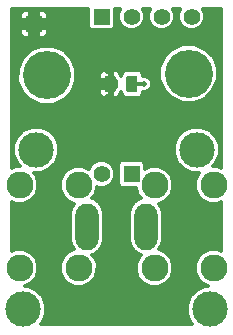
<source format=gbl>
G04 (created by PCBNEW (2013-07-07 BZR 4022)-stable) date 27/01/2015 12:48:55*
%MOIN*%
G04 Gerber Fmt 3.4, Leading zero omitted, Abs format*
%FSLAX34Y34*%
G01*
G70*
G90*
G04 APERTURE LIST*
%ADD10C,0.00590551*%
%ADD11C,0.16*%
%ADD12C,0.1181*%
%ADD13R,0.055X0.055*%
%ADD14C,0.055*%
%ADD15R,0.035X0.055*%
%ADD16R,0.025X0.045*%
%ADD17C,0.09*%
%ADD18O,0.078X0.156*%
%ADD19C,0.02*%
%ADD20C,0.012*%
G04 APERTURE END LIST*
G54D10*
G54D11*
X38928Y-25707D03*
X43650Y-25650D03*
G54D12*
X44360Y-33507D03*
X38140Y-33507D03*
X43927Y-28193D03*
X38573Y-28193D03*
G54D13*
X40750Y-23750D03*
G54D14*
X41750Y-23750D03*
X42750Y-23750D03*
X43750Y-23750D03*
G54D13*
X38500Y-24000D03*
X41750Y-29000D03*
G54D14*
X40750Y-29000D03*
G54D15*
X41775Y-26000D03*
X41025Y-26000D03*
G54D16*
X41700Y-26000D03*
X41100Y-26000D03*
G54D17*
X38015Y-32130D03*
X38015Y-29370D03*
X39985Y-29370D03*
X39985Y-32130D03*
X42515Y-32130D03*
X42515Y-29370D03*
X44485Y-29370D03*
X44485Y-32130D03*
G54D18*
X42240Y-30750D03*
X40270Y-30750D03*
G54D19*
X42150Y-26000D03*
X41250Y-30750D03*
X42590Y-26160D03*
G54D20*
X41775Y-26000D02*
X42150Y-26000D01*
X41025Y-26000D02*
X41025Y-26975D01*
X41250Y-27200D02*
X41250Y-30750D01*
X41025Y-26975D02*
X41250Y-27200D01*
X42270Y-25560D02*
X42260Y-25560D01*
X42270Y-25560D02*
X42590Y-25880D01*
X42590Y-25880D02*
X42590Y-26160D01*
X41025Y-25675D02*
X41025Y-26000D01*
X41200Y-25500D02*
X41025Y-25675D01*
X42200Y-25500D02*
X41200Y-25500D01*
X42260Y-25560D02*
X42200Y-25500D01*
G54D10*
G36*
X44745Y-31555D02*
X44610Y-31500D01*
X44360Y-31499D01*
X44128Y-31595D01*
X43951Y-31772D01*
X43855Y-32004D01*
X43854Y-32254D01*
X43950Y-32486D01*
X44127Y-32663D01*
X44302Y-32736D01*
X44207Y-32736D01*
X43924Y-32853D01*
X43707Y-33069D01*
X43589Y-33353D01*
X43589Y-33659D01*
X43706Y-33942D01*
X43758Y-33995D01*
X43145Y-33995D01*
X43145Y-32005D01*
X43049Y-31773D01*
X42872Y-31596D01*
X42674Y-31514D01*
X42766Y-31376D01*
X42810Y-31158D01*
X42810Y-30341D01*
X42766Y-30123D01*
X42674Y-29985D01*
X42871Y-29904D01*
X43048Y-29727D01*
X43144Y-29495D01*
X43145Y-29245D01*
X43049Y-29013D01*
X42872Y-28836D01*
X42640Y-28740D01*
X42430Y-28739D01*
X42430Y-25944D01*
X42387Y-25841D01*
X42308Y-25762D01*
X42205Y-25720D01*
X42130Y-25719D01*
X42130Y-25689D01*
X42102Y-25623D01*
X42052Y-25572D01*
X41985Y-25545D01*
X41914Y-25544D01*
X41564Y-25544D01*
X41498Y-25572D01*
X41447Y-25622D01*
X41429Y-25665D01*
X41422Y-25672D01*
X41398Y-25729D01*
X41375Y-25673D01*
X41368Y-25666D01*
X41350Y-25623D01*
X41300Y-25573D01*
X41235Y-25546D01*
X41157Y-25546D01*
X41112Y-25591D01*
X41112Y-25862D01*
X41162Y-25862D01*
X41162Y-25887D01*
X41225Y-25887D01*
X41225Y-26112D01*
X41162Y-26112D01*
X41162Y-26137D01*
X41112Y-26137D01*
X41112Y-26408D01*
X41157Y-26453D01*
X41235Y-26453D01*
X41300Y-26426D01*
X41350Y-26376D01*
X41368Y-26333D01*
X41375Y-26326D01*
X41399Y-26270D01*
X41422Y-26326D01*
X41429Y-26334D01*
X41447Y-26376D01*
X41497Y-26427D01*
X41564Y-26454D01*
X41635Y-26455D01*
X41985Y-26455D01*
X42051Y-26427D01*
X42102Y-26377D01*
X42129Y-26310D01*
X42129Y-26279D01*
X42205Y-26280D01*
X42308Y-26237D01*
X42387Y-26158D01*
X42429Y-26055D01*
X42430Y-25944D01*
X42430Y-28739D01*
X42390Y-28739D01*
X42205Y-28816D01*
X42205Y-28689D01*
X42177Y-28623D01*
X42127Y-28572D01*
X42060Y-28545D01*
X41989Y-28544D01*
X41439Y-28544D01*
X41373Y-28572D01*
X41322Y-28622D01*
X41295Y-28689D01*
X41294Y-28760D01*
X41294Y-29310D01*
X41322Y-29376D01*
X41372Y-29427D01*
X41439Y-29454D01*
X41510Y-29455D01*
X41884Y-29455D01*
X41884Y-29494D01*
X41980Y-29726D01*
X42060Y-29806D01*
X42021Y-29814D01*
X41836Y-29938D01*
X41713Y-30123D01*
X41670Y-30341D01*
X41670Y-31158D01*
X41713Y-31376D01*
X41836Y-31561D01*
X42021Y-31685D01*
X42060Y-31693D01*
X41981Y-31772D01*
X41885Y-32004D01*
X41884Y-32254D01*
X41980Y-32486D01*
X42157Y-32663D01*
X42389Y-32759D01*
X42639Y-32760D01*
X42871Y-32664D01*
X43048Y-32487D01*
X43144Y-32255D01*
X43145Y-32005D01*
X43145Y-33995D01*
X41205Y-33995D01*
X41205Y-28909D01*
X41135Y-28742D01*
X41037Y-28643D01*
X41037Y-26358D01*
X41037Y-26112D01*
X41037Y-25887D01*
X41037Y-25641D01*
X40992Y-25596D01*
X40939Y-25596D01*
X40937Y-25597D01*
X40937Y-25591D01*
X40892Y-25546D01*
X40814Y-25546D01*
X40749Y-25573D01*
X40699Y-25623D01*
X40671Y-25689D01*
X40671Y-25760D01*
X40671Y-25817D01*
X40716Y-25862D01*
X40816Y-25862D01*
X40841Y-25887D01*
X41037Y-25887D01*
X41037Y-26112D01*
X40841Y-26112D01*
X40816Y-26137D01*
X40716Y-26137D01*
X40671Y-26182D01*
X40671Y-26239D01*
X40671Y-26310D01*
X40699Y-26376D01*
X40749Y-26426D01*
X40814Y-26453D01*
X40892Y-26453D01*
X40937Y-26408D01*
X40937Y-26402D01*
X40939Y-26403D01*
X40992Y-26403D01*
X41037Y-26358D01*
X41037Y-28643D01*
X41008Y-28614D01*
X40840Y-28545D01*
X40659Y-28544D01*
X40492Y-28614D01*
X40364Y-28741D01*
X40327Y-28830D01*
X40110Y-28740D01*
X39908Y-28739D01*
X39908Y-25512D01*
X39759Y-25152D01*
X39483Y-24876D01*
X39123Y-24727D01*
X38953Y-24727D01*
X38953Y-24239D01*
X38953Y-23760D01*
X38953Y-23689D01*
X38925Y-23623D01*
X38875Y-23573D01*
X38810Y-23546D01*
X38682Y-23546D01*
X38637Y-23591D01*
X38637Y-23862D01*
X38908Y-23862D01*
X38953Y-23817D01*
X38953Y-23760D01*
X38953Y-24239D01*
X38953Y-24182D01*
X38908Y-24137D01*
X38637Y-24137D01*
X38637Y-24408D01*
X38682Y-24453D01*
X38810Y-24453D01*
X38875Y-24426D01*
X38925Y-24376D01*
X38953Y-24310D01*
X38953Y-24239D01*
X38953Y-24727D01*
X38733Y-24726D01*
X38373Y-24875D01*
X38362Y-24886D01*
X38362Y-24408D01*
X38362Y-24137D01*
X38362Y-23862D01*
X38362Y-23591D01*
X38317Y-23546D01*
X38189Y-23546D01*
X38124Y-23573D01*
X38074Y-23623D01*
X38046Y-23689D01*
X38046Y-23760D01*
X38046Y-23817D01*
X38091Y-23862D01*
X38362Y-23862D01*
X38362Y-24137D01*
X38091Y-24137D01*
X38046Y-24182D01*
X38046Y-24239D01*
X38046Y-24310D01*
X38074Y-24376D01*
X38124Y-24426D01*
X38189Y-24453D01*
X38317Y-24453D01*
X38362Y-24408D01*
X38362Y-24886D01*
X38097Y-25151D01*
X37948Y-25511D01*
X37947Y-25901D01*
X38096Y-26261D01*
X38372Y-26537D01*
X38732Y-26686D01*
X39122Y-26687D01*
X39482Y-26538D01*
X39758Y-26262D01*
X39907Y-25902D01*
X39908Y-25512D01*
X39908Y-28739D01*
X39860Y-28739D01*
X39628Y-28835D01*
X39451Y-29012D01*
X39355Y-29244D01*
X39354Y-29494D01*
X39450Y-29726D01*
X39627Y-29903D01*
X39832Y-29989D01*
X39743Y-30123D01*
X39700Y-30341D01*
X39700Y-31158D01*
X39743Y-31376D01*
X39833Y-31511D01*
X39628Y-31595D01*
X39451Y-31772D01*
X39355Y-32004D01*
X39354Y-32254D01*
X39450Y-32486D01*
X39627Y-32663D01*
X39859Y-32759D01*
X40109Y-32760D01*
X40341Y-32664D01*
X40518Y-32487D01*
X40614Y-32255D01*
X40615Y-32005D01*
X40519Y-31773D01*
X40440Y-31694D01*
X40488Y-31685D01*
X40673Y-31561D01*
X40796Y-31376D01*
X40840Y-31158D01*
X40840Y-30341D01*
X40796Y-30123D01*
X40673Y-29938D01*
X40488Y-29814D01*
X40440Y-29805D01*
X40518Y-29727D01*
X40614Y-29495D01*
X40614Y-29436D01*
X40659Y-29454D01*
X40840Y-29455D01*
X41007Y-29385D01*
X41135Y-29258D01*
X41204Y-29090D01*
X41205Y-28909D01*
X41205Y-33995D01*
X38741Y-33995D01*
X38792Y-33944D01*
X38910Y-33660D01*
X38910Y-33354D01*
X38793Y-33071D01*
X38577Y-32854D01*
X38293Y-32736D01*
X38196Y-32736D01*
X38371Y-32664D01*
X38548Y-32487D01*
X38644Y-32255D01*
X38645Y-32005D01*
X38549Y-31773D01*
X38372Y-31596D01*
X38140Y-31500D01*
X37890Y-31499D01*
X37755Y-31555D01*
X37755Y-29944D01*
X37889Y-29999D01*
X38139Y-30000D01*
X38371Y-29904D01*
X38548Y-29727D01*
X38644Y-29495D01*
X38645Y-29245D01*
X38549Y-29013D01*
X38499Y-28963D01*
X38725Y-28963D01*
X39008Y-28846D01*
X39225Y-28630D01*
X39343Y-28346D01*
X39343Y-28040D01*
X39226Y-27757D01*
X39010Y-27540D01*
X38726Y-27422D01*
X38420Y-27422D01*
X38137Y-27539D01*
X37920Y-27755D01*
X37802Y-28039D01*
X37802Y-28345D01*
X37919Y-28628D01*
X38030Y-28740D01*
X37890Y-28739D01*
X37755Y-28795D01*
X37755Y-23505D01*
X40294Y-23505D01*
X40294Y-23510D01*
X40294Y-24060D01*
X40322Y-24126D01*
X40372Y-24177D01*
X40439Y-24204D01*
X40510Y-24205D01*
X41060Y-24205D01*
X41126Y-24177D01*
X41177Y-24127D01*
X41204Y-24060D01*
X41205Y-23989D01*
X41205Y-23505D01*
X41359Y-23505D01*
X41295Y-23659D01*
X41294Y-23840D01*
X41364Y-24007D01*
X41491Y-24135D01*
X41659Y-24204D01*
X41840Y-24205D01*
X42007Y-24135D01*
X42135Y-24008D01*
X42204Y-23840D01*
X42205Y-23659D01*
X42141Y-23505D01*
X42359Y-23505D01*
X42295Y-23659D01*
X42294Y-23840D01*
X42364Y-24007D01*
X42491Y-24135D01*
X42659Y-24204D01*
X42840Y-24205D01*
X43007Y-24135D01*
X43135Y-24008D01*
X43204Y-23840D01*
X43205Y-23659D01*
X43141Y-23505D01*
X43359Y-23505D01*
X43295Y-23659D01*
X43294Y-23840D01*
X43364Y-24007D01*
X43491Y-24135D01*
X43659Y-24204D01*
X43840Y-24205D01*
X44007Y-24135D01*
X44135Y-24008D01*
X44204Y-23840D01*
X44205Y-23659D01*
X44141Y-23505D01*
X44745Y-23505D01*
X44745Y-28795D01*
X44610Y-28740D01*
X44469Y-28739D01*
X44579Y-28630D01*
X44697Y-28346D01*
X44697Y-28040D01*
X44630Y-27877D01*
X44630Y-25455D01*
X44481Y-25095D01*
X44205Y-24819D01*
X43845Y-24670D01*
X43455Y-24669D01*
X43095Y-24818D01*
X42819Y-25094D01*
X42670Y-25454D01*
X42669Y-25844D01*
X42818Y-26204D01*
X43094Y-26480D01*
X43454Y-26629D01*
X43844Y-26630D01*
X44204Y-26481D01*
X44480Y-26205D01*
X44629Y-25845D01*
X44630Y-25455D01*
X44630Y-27877D01*
X44580Y-27757D01*
X44364Y-27540D01*
X44080Y-27422D01*
X43774Y-27422D01*
X43491Y-27539D01*
X43274Y-27755D01*
X43156Y-28039D01*
X43156Y-28345D01*
X43273Y-28628D01*
X43489Y-28845D01*
X43773Y-28963D01*
X44000Y-28963D01*
X43951Y-29012D01*
X43855Y-29244D01*
X43854Y-29494D01*
X43950Y-29726D01*
X44127Y-29903D01*
X44359Y-29999D01*
X44609Y-30000D01*
X44745Y-29944D01*
X44745Y-31555D01*
X44745Y-31555D01*
G37*
G54D20*
X44745Y-31555D02*
X44610Y-31500D01*
X44360Y-31499D01*
X44128Y-31595D01*
X43951Y-31772D01*
X43855Y-32004D01*
X43854Y-32254D01*
X43950Y-32486D01*
X44127Y-32663D01*
X44302Y-32736D01*
X44207Y-32736D01*
X43924Y-32853D01*
X43707Y-33069D01*
X43589Y-33353D01*
X43589Y-33659D01*
X43706Y-33942D01*
X43758Y-33995D01*
X43145Y-33995D01*
X43145Y-32005D01*
X43049Y-31773D01*
X42872Y-31596D01*
X42674Y-31514D01*
X42766Y-31376D01*
X42810Y-31158D01*
X42810Y-30341D01*
X42766Y-30123D01*
X42674Y-29985D01*
X42871Y-29904D01*
X43048Y-29727D01*
X43144Y-29495D01*
X43145Y-29245D01*
X43049Y-29013D01*
X42872Y-28836D01*
X42640Y-28740D01*
X42430Y-28739D01*
X42430Y-25944D01*
X42387Y-25841D01*
X42308Y-25762D01*
X42205Y-25720D01*
X42130Y-25719D01*
X42130Y-25689D01*
X42102Y-25623D01*
X42052Y-25572D01*
X41985Y-25545D01*
X41914Y-25544D01*
X41564Y-25544D01*
X41498Y-25572D01*
X41447Y-25622D01*
X41429Y-25665D01*
X41422Y-25672D01*
X41398Y-25729D01*
X41375Y-25673D01*
X41368Y-25666D01*
X41350Y-25623D01*
X41300Y-25573D01*
X41235Y-25546D01*
X41157Y-25546D01*
X41112Y-25591D01*
X41112Y-25862D01*
X41162Y-25862D01*
X41162Y-25887D01*
X41225Y-25887D01*
X41225Y-26112D01*
X41162Y-26112D01*
X41162Y-26137D01*
X41112Y-26137D01*
X41112Y-26408D01*
X41157Y-26453D01*
X41235Y-26453D01*
X41300Y-26426D01*
X41350Y-26376D01*
X41368Y-26333D01*
X41375Y-26326D01*
X41399Y-26270D01*
X41422Y-26326D01*
X41429Y-26334D01*
X41447Y-26376D01*
X41497Y-26427D01*
X41564Y-26454D01*
X41635Y-26455D01*
X41985Y-26455D01*
X42051Y-26427D01*
X42102Y-26377D01*
X42129Y-26310D01*
X42129Y-26279D01*
X42205Y-26280D01*
X42308Y-26237D01*
X42387Y-26158D01*
X42429Y-26055D01*
X42430Y-25944D01*
X42430Y-28739D01*
X42390Y-28739D01*
X42205Y-28816D01*
X42205Y-28689D01*
X42177Y-28623D01*
X42127Y-28572D01*
X42060Y-28545D01*
X41989Y-28544D01*
X41439Y-28544D01*
X41373Y-28572D01*
X41322Y-28622D01*
X41295Y-28689D01*
X41294Y-28760D01*
X41294Y-29310D01*
X41322Y-29376D01*
X41372Y-29427D01*
X41439Y-29454D01*
X41510Y-29455D01*
X41884Y-29455D01*
X41884Y-29494D01*
X41980Y-29726D01*
X42060Y-29806D01*
X42021Y-29814D01*
X41836Y-29938D01*
X41713Y-30123D01*
X41670Y-30341D01*
X41670Y-31158D01*
X41713Y-31376D01*
X41836Y-31561D01*
X42021Y-31685D01*
X42060Y-31693D01*
X41981Y-31772D01*
X41885Y-32004D01*
X41884Y-32254D01*
X41980Y-32486D01*
X42157Y-32663D01*
X42389Y-32759D01*
X42639Y-32760D01*
X42871Y-32664D01*
X43048Y-32487D01*
X43144Y-32255D01*
X43145Y-32005D01*
X43145Y-33995D01*
X41205Y-33995D01*
X41205Y-28909D01*
X41135Y-28742D01*
X41037Y-28643D01*
X41037Y-26358D01*
X41037Y-26112D01*
X41037Y-25887D01*
X41037Y-25641D01*
X40992Y-25596D01*
X40939Y-25596D01*
X40937Y-25597D01*
X40937Y-25591D01*
X40892Y-25546D01*
X40814Y-25546D01*
X40749Y-25573D01*
X40699Y-25623D01*
X40671Y-25689D01*
X40671Y-25760D01*
X40671Y-25817D01*
X40716Y-25862D01*
X40816Y-25862D01*
X40841Y-25887D01*
X41037Y-25887D01*
X41037Y-26112D01*
X40841Y-26112D01*
X40816Y-26137D01*
X40716Y-26137D01*
X40671Y-26182D01*
X40671Y-26239D01*
X40671Y-26310D01*
X40699Y-26376D01*
X40749Y-26426D01*
X40814Y-26453D01*
X40892Y-26453D01*
X40937Y-26408D01*
X40937Y-26402D01*
X40939Y-26403D01*
X40992Y-26403D01*
X41037Y-26358D01*
X41037Y-28643D01*
X41008Y-28614D01*
X40840Y-28545D01*
X40659Y-28544D01*
X40492Y-28614D01*
X40364Y-28741D01*
X40327Y-28830D01*
X40110Y-28740D01*
X39908Y-28739D01*
X39908Y-25512D01*
X39759Y-25152D01*
X39483Y-24876D01*
X39123Y-24727D01*
X38953Y-24727D01*
X38953Y-24239D01*
X38953Y-23760D01*
X38953Y-23689D01*
X38925Y-23623D01*
X38875Y-23573D01*
X38810Y-23546D01*
X38682Y-23546D01*
X38637Y-23591D01*
X38637Y-23862D01*
X38908Y-23862D01*
X38953Y-23817D01*
X38953Y-23760D01*
X38953Y-24239D01*
X38953Y-24182D01*
X38908Y-24137D01*
X38637Y-24137D01*
X38637Y-24408D01*
X38682Y-24453D01*
X38810Y-24453D01*
X38875Y-24426D01*
X38925Y-24376D01*
X38953Y-24310D01*
X38953Y-24239D01*
X38953Y-24727D01*
X38733Y-24726D01*
X38373Y-24875D01*
X38362Y-24886D01*
X38362Y-24408D01*
X38362Y-24137D01*
X38362Y-23862D01*
X38362Y-23591D01*
X38317Y-23546D01*
X38189Y-23546D01*
X38124Y-23573D01*
X38074Y-23623D01*
X38046Y-23689D01*
X38046Y-23760D01*
X38046Y-23817D01*
X38091Y-23862D01*
X38362Y-23862D01*
X38362Y-24137D01*
X38091Y-24137D01*
X38046Y-24182D01*
X38046Y-24239D01*
X38046Y-24310D01*
X38074Y-24376D01*
X38124Y-24426D01*
X38189Y-24453D01*
X38317Y-24453D01*
X38362Y-24408D01*
X38362Y-24886D01*
X38097Y-25151D01*
X37948Y-25511D01*
X37947Y-25901D01*
X38096Y-26261D01*
X38372Y-26537D01*
X38732Y-26686D01*
X39122Y-26687D01*
X39482Y-26538D01*
X39758Y-26262D01*
X39907Y-25902D01*
X39908Y-25512D01*
X39908Y-28739D01*
X39860Y-28739D01*
X39628Y-28835D01*
X39451Y-29012D01*
X39355Y-29244D01*
X39354Y-29494D01*
X39450Y-29726D01*
X39627Y-29903D01*
X39832Y-29989D01*
X39743Y-30123D01*
X39700Y-30341D01*
X39700Y-31158D01*
X39743Y-31376D01*
X39833Y-31511D01*
X39628Y-31595D01*
X39451Y-31772D01*
X39355Y-32004D01*
X39354Y-32254D01*
X39450Y-32486D01*
X39627Y-32663D01*
X39859Y-32759D01*
X40109Y-32760D01*
X40341Y-32664D01*
X40518Y-32487D01*
X40614Y-32255D01*
X40615Y-32005D01*
X40519Y-31773D01*
X40440Y-31694D01*
X40488Y-31685D01*
X40673Y-31561D01*
X40796Y-31376D01*
X40840Y-31158D01*
X40840Y-30341D01*
X40796Y-30123D01*
X40673Y-29938D01*
X40488Y-29814D01*
X40440Y-29805D01*
X40518Y-29727D01*
X40614Y-29495D01*
X40614Y-29436D01*
X40659Y-29454D01*
X40840Y-29455D01*
X41007Y-29385D01*
X41135Y-29258D01*
X41204Y-29090D01*
X41205Y-28909D01*
X41205Y-33995D01*
X38741Y-33995D01*
X38792Y-33944D01*
X38910Y-33660D01*
X38910Y-33354D01*
X38793Y-33071D01*
X38577Y-32854D01*
X38293Y-32736D01*
X38196Y-32736D01*
X38371Y-32664D01*
X38548Y-32487D01*
X38644Y-32255D01*
X38645Y-32005D01*
X38549Y-31773D01*
X38372Y-31596D01*
X38140Y-31500D01*
X37890Y-31499D01*
X37755Y-31555D01*
X37755Y-29944D01*
X37889Y-29999D01*
X38139Y-30000D01*
X38371Y-29904D01*
X38548Y-29727D01*
X38644Y-29495D01*
X38645Y-29245D01*
X38549Y-29013D01*
X38499Y-28963D01*
X38725Y-28963D01*
X39008Y-28846D01*
X39225Y-28630D01*
X39343Y-28346D01*
X39343Y-28040D01*
X39226Y-27757D01*
X39010Y-27540D01*
X38726Y-27422D01*
X38420Y-27422D01*
X38137Y-27539D01*
X37920Y-27755D01*
X37802Y-28039D01*
X37802Y-28345D01*
X37919Y-28628D01*
X38030Y-28740D01*
X37890Y-28739D01*
X37755Y-28795D01*
X37755Y-23505D01*
X40294Y-23505D01*
X40294Y-23510D01*
X40294Y-24060D01*
X40322Y-24126D01*
X40372Y-24177D01*
X40439Y-24204D01*
X40510Y-24205D01*
X41060Y-24205D01*
X41126Y-24177D01*
X41177Y-24127D01*
X41204Y-24060D01*
X41205Y-23989D01*
X41205Y-23505D01*
X41359Y-23505D01*
X41295Y-23659D01*
X41294Y-23840D01*
X41364Y-24007D01*
X41491Y-24135D01*
X41659Y-24204D01*
X41840Y-24205D01*
X42007Y-24135D01*
X42135Y-24008D01*
X42204Y-23840D01*
X42205Y-23659D01*
X42141Y-23505D01*
X42359Y-23505D01*
X42295Y-23659D01*
X42294Y-23840D01*
X42364Y-24007D01*
X42491Y-24135D01*
X42659Y-24204D01*
X42840Y-24205D01*
X43007Y-24135D01*
X43135Y-24008D01*
X43204Y-23840D01*
X43205Y-23659D01*
X43141Y-23505D01*
X43359Y-23505D01*
X43295Y-23659D01*
X43294Y-23840D01*
X43364Y-24007D01*
X43491Y-24135D01*
X43659Y-24204D01*
X43840Y-24205D01*
X44007Y-24135D01*
X44135Y-24008D01*
X44204Y-23840D01*
X44205Y-23659D01*
X44141Y-23505D01*
X44745Y-23505D01*
X44745Y-28795D01*
X44610Y-28740D01*
X44469Y-28739D01*
X44579Y-28630D01*
X44697Y-28346D01*
X44697Y-28040D01*
X44630Y-27877D01*
X44630Y-25455D01*
X44481Y-25095D01*
X44205Y-24819D01*
X43845Y-24670D01*
X43455Y-24669D01*
X43095Y-24818D01*
X42819Y-25094D01*
X42670Y-25454D01*
X42669Y-25844D01*
X42818Y-26204D01*
X43094Y-26480D01*
X43454Y-26629D01*
X43844Y-26630D01*
X44204Y-26481D01*
X44480Y-26205D01*
X44629Y-25845D01*
X44630Y-25455D01*
X44630Y-27877D01*
X44580Y-27757D01*
X44364Y-27540D01*
X44080Y-27422D01*
X43774Y-27422D01*
X43491Y-27539D01*
X43274Y-27755D01*
X43156Y-28039D01*
X43156Y-28345D01*
X43273Y-28628D01*
X43489Y-28845D01*
X43773Y-28963D01*
X44000Y-28963D01*
X43951Y-29012D01*
X43855Y-29244D01*
X43854Y-29494D01*
X43950Y-29726D01*
X44127Y-29903D01*
X44359Y-29999D01*
X44609Y-30000D01*
X44745Y-29944D01*
X44745Y-31555D01*
M02*

</source>
